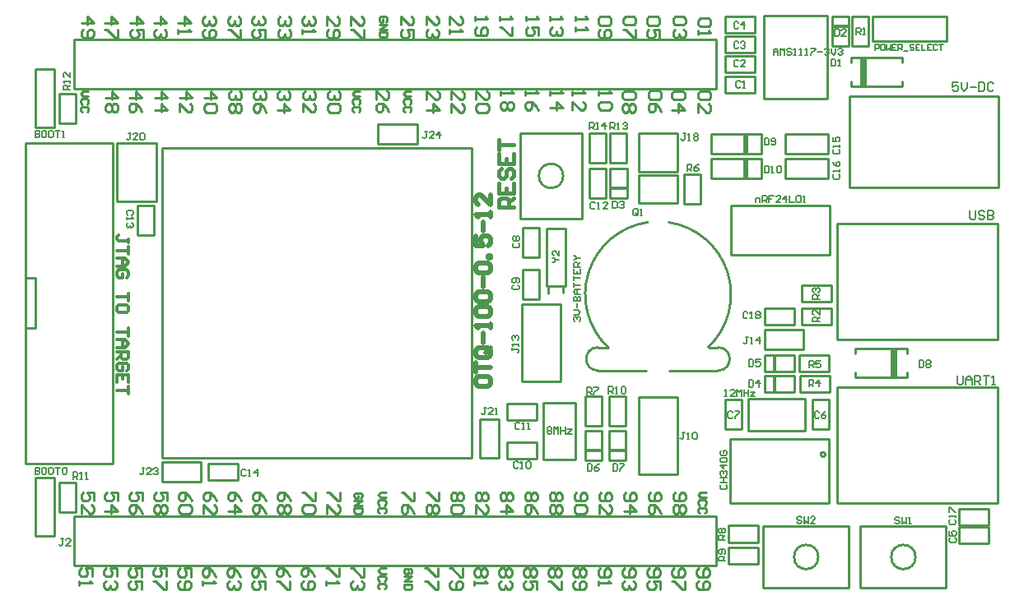
<source format=gto>
G04*
G04 #@! TF.GenerationSoftware,Altium Limited,Altium Designer,19.1.7 (138)*
G04*
G04 Layer_Color=65535*
%FSTAX24Y24*%
%MOIN*%
G70*
G01*
G75*
%ADD10C,0.0100*%
%ADD11C,0.0079*%
%ADD12C,0.0071*%
%ADD13C,0.0157*%
%ADD14C,0.0138*%
%ADD15C,0.0197*%
%ADD16R,0.0276X0.1181*%
%ADD17R,0.0591X0.0157*%
%ADD18R,0.0217X0.0719*%
%ADD19R,0.0157X0.0591*%
D10*
X035207Y025087D02*
G03*
X033596Y020017I000416J-002923D01*
G01*
X037656Y020022D02*
G03*
X036061Y025084I-002033J002141D01*
G01*
X033183Y020013D02*
G03*
X033183Y019078I0J-000468D01*
G01*
X038055D02*
G03*
X038055Y020013I0J000468D01*
G01*
X042399Y015669D02*
G03*
X042399Y015669I-000097J0D01*
G01*
X046048Y011514D02*
G03*
X046048Y011514I-000492J0D01*
G01*
X042113D02*
G03*
X042113Y011514I-000492J0D01*
G01*
X031781Y026969D02*
G03*
X031781Y026969I-000492J0D01*
G01*
X043622Y018805D02*
Y019002D01*
Y018805D02*
X045701D01*
X043622Y019955D02*
X045701D01*
Y018805D02*
Y019002D01*
Y019758D02*
Y019955D01*
X043622Y019758D02*
Y019955D01*
X045504Y031569D02*
Y031766D01*
X043425D02*
X045504D01*
X043425Y030616D02*
X045504D01*
X043425Y031569D02*
Y031766D01*
Y030616D02*
Y030813D01*
X045504Y030616D02*
Y030813D01*
X049385Y020326D02*
Y02505D01*
X042889Y020326D02*
Y02505D01*
Y020326D02*
X049385D01*
X042889Y02505D02*
X049385D01*
X034833Y025856D02*
Y026998D01*
Y025856D02*
X036407D01*
Y026998D01*
X034833D02*
X036407D01*
X036673Y027037D02*
X037343D01*
X036673Y025837D02*
Y027037D01*
X037343Y025837D02*
Y027037D01*
X036673Y025837D02*
X037343D01*
X033691Y026053D02*
X034361D01*
Y027254D01*
X033691Y026053D02*
Y027254D01*
X034361D01*
X033183Y020013D02*
X033592D01*
X037666D02*
X038055D01*
X036081Y019078D02*
X038055D01*
X033183D02*
X035146D01*
X040758Y028681D02*
X04251D01*
Y027874D02*
Y028681D01*
X040758Y027874D02*
Y028681D01*
Y027874D02*
X04251D01*
X038571Y023783D02*
Y025756D01*
Y023783D02*
X042571D01*
X042567Y023787D02*
Y025756D01*
X038571D02*
X042567D01*
X039931Y020945D02*
Y021614D01*
Y020945D02*
X041132D01*
X039931Y021614D02*
X041132D01*
Y020945D02*
Y021614D01*
X041506Y019932D02*
Y020719D01*
X039931Y019932D02*
X041506D01*
X039931Y020719D02*
X041506D01*
X039931Y019932D02*
Y020719D01*
X01372Y028297D02*
X015295D01*
X01372Y025935D02*
Y028297D01*
X015295Y025935D02*
Y028297D01*
X01372Y025935D02*
X015295D01*
X039288Y01665D02*
X041591D01*
Y01794D01*
X039288Y01665D02*
Y01794D01*
X041591D01*
X034836Y028704D02*
X036411D01*
Y02713D02*
Y028704D01*
X034836Y02713D02*
X036411D01*
X034836D02*
Y028704D01*
X034833Y014862D02*
Y018012D01*
X036407Y014862D02*
X036407Y014862D01*
X034833Y014862D02*
X036407D01*
X036407Y014862D02*
Y018012D01*
X034833D02*
X036407D01*
X030101Y018619D02*
Y021769D01*
X031676Y018619D02*
X031676Y018619D01*
X030101Y018619D02*
X031676D01*
X031676Y018619D02*
Y021769D01*
X030101D02*
X031676D01*
X043366Y026486D02*
X0494D01*
Y030187D01*
X043366D02*
X0494D01*
X043366Y026486D02*
Y030187D01*
X032264Y015461D02*
Y017764D01*
X030975D02*
X032264D01*
X030975Y015461D02*
X032264D01*
X030975D02*
Y017764D01*
X038549Y016309D02*
X042549D01*
X038549Y013691D02*
Y016309D01*
Y013691D02*
X042549D01*
Y016309D01*
X028396Y015521D02*
X029183D01*
X028396Y017096D02*
X029183D01*
X028396Y015521D02*
Y017096D01*
X029183Y015521D02*
Y017096D01*
X042559Y018209D02*
Y018878D01*
X041358D02*
X042559D01*
X041358Y018209D02*
X042559D01*
X041358D02*
Y018878D01*
X049024Y012812D02*
Y013481D01*
X047824D02*
X049024D01*
X047824Y012812D02*
X049024D01*
X047824D02*
Y013481D01*
X037766Y028681D02*
X039793D01*
Y027874D02*
Y028681D01*
X037766Y027874D02*
X039793D01*
X037766D02*
Y028681D01*
Y027677D02*
X039793D01*
Y02687D02*
Y027677D01*
X037766Y02687D02*
X039793D01*
X037766D02*
Y027677D01*
X011181Y012362D02*
Y014724D01*
X010394D02*
X011181D01*
X024288Y028268D02*
X025863D01*
X024288Y029055D02*
X025863D01*
X010394Y012362D02*
X011181D01*
X025863Y028268D02*
Y029055D01*
X010394Y012362D02*
Y014724D01*
X024288Y028268D02*
Y029055D01*
X011965Y032485D02*
X037975D01*
Y030485D02*
Y032485D01*
X015532Y014571D02*
X017106D01*
X037975Y030485D02*
X037975Y030485D01*
X010394Y028926D02*
X011181D01*
X011965Y030485D02*
Y032485D01*
X011965Y011165D02*
Y013165D01*
X017106Y014571D02*
Y015358D01*
X011965Y030485D02*
X011965Y030485D01*
X037975D01*
X011965Y011165D02*
X037974D01*
X037975Y011165D01*
X037974Y013165D02*
X037975Y013166D01*
X015532Y015358D02*
X017106D01*
X011181Y028926D02*
Y031288D01*
X037975Y011165D02*
Y013166D01*
X010394Y031288D02*
X011181D01*
X010394Y028926D02*
Y031288D01*
X0443Y03245D02*
X0473D01*
X0443D02*
Y03345D01*
X0473Y03245D02*
Y03345D01*
X0443D02*
X0473D01*
X015532Y014571D02*
Y015358D01*
X011965Y013165D02*
X037974D01*
X03992Y030096D02*
Y033463D01*
Y030096D02*
X04248D01*
Y033463D01*
X03992D02*
X04248D01*
X042889Y018415D02*
X049385D01*
X042889Y013691D02*
X049385D01*
X042889D02*
Y018415D01*
X049385Y013691D02*
Y018415D01*
X032835Y027254D02*
X033504D01*
X032835Y026053D02*
Y027254D01*
X033504Y026053D02*
Y027254D01*
X032835Y026053D02*
X033504D01*
X032835Y02751D02*
X033504D01*
Y028711D01*
X032835Y02751D02*
Y028711D01*
X033504D01*
X033687Y027506D02*
X034356D01*
Y028707D01*
X033687Y027506D02*
Y028707D01*
X034356D01*
X010071Y020807D02*
X010396D01*
Y022844D01*
X010071D02*
X010396D01*
X010012Y015315D02*
Y028307D01*
Y015315D02*
X013536D01*
Y028307D01*
X010012D02*
X013536D01*
X040758Y027677D02*
X04251D01*
Y02687D02*
Y027677D01*
X040758Y02687D02*
Y027677D01*
Y02687D02*
X04251D01*
X039547Y030335D02*
Y031004D01*
X038346D02*
X039547D01*
X038346Y030335D02*
X039547D01*
X038346D02*
Y031004D01*
X03955Y031152D02*
Y031821D01*
X03835D02*
X03955D01*
X03835Y031152D02*
X03955D01*
X03835D02*
Y031821D01*
X039557Y031952D02*
Y032621D01*
X038356D02*
X039557D01*
X038356Y031952D02*
X039557D01*
X038356D02*
Y032621D01*
X03955Y032752D02*
Y033421D01*
X03835D02*
X03955D01*
X03835Y032752D02*
X03955D01*
X03835D02*
Y033421D01*
X043465Y032243D02*
X044135D01*
Y033444D01*
X043465Y032243D02*
Y033444D01*
X044135D01*
X042669Y03225D02*
X043339D01*
Y03345D01*
X042669Y03225D02*
Y03345D01*
X043339D01*
X047824Y012067D02*
Y012736D01*
Y012067D02*
X049024D01*
X047824Y012736D02*
X049024D01*
Y012067D02*
Y012736D01*
X043814Y010264D02*
X047288D01*
Y012764D01*
X043814D02*
X047288D01*
X043814Y010264D02*
Y012764D01*
X039878Y010264D02*
X043353D01*
Y012764D01*
X039878D02*
X043353D01*
X039878Y010264D02*
Y012764D01*
X039671Y012115D02*
Y012785D01*
X03847D02*
X039671D01*
X03847Y012115D02*
X039671D01*
X03847D02*
Y012785D01*
X039671Y011237D02*
Y011906D01*
X03847D02*
X039671D01*
X03847Y011237D02*
X039671D01*
X03847D02*
Y011906D01*
X038343Y016697D02*
X039012D01*
Y017898D01*
X038343Y016697D02*
Y017898D01*
X039012D01*
X042557Y019035D02*
Y019705D01*
X041356D02*
X042557D01*
X041356Y019035D02*
X042557D01*
X041356D02*
Y019705D01*
X033632Y016821D02*
X034301D01*
Y018022D01*
X033632Y016821D02*
Y018022D01*
X034301D01*
X032676Y016817D02*
X033345D01*
Y018018D01*
X032676Y016817D02*
Y018018D01*
X033345D01*
X032671Y016624D02*
X03334D01*
X032671Y015423D02*
Y016624D01*
X03334Y015423D02*
Y016624D01*
X032671Y015423D02*
X03334D01*
X033642Y016624D02*
X034311D01*
X033642Y015423D02*
Y016624D01*
X034311Y015423D02*
Y016624D01*
X033642Y015423D02*
X034311D01*
X030709Y015512D02*
Y016181D01*
X029508D02*
X030709D01*
X029508Y015512D02*
X030709D01*
X029508D02*
Y016181D01*
X030709Y017067D02*
Y017736D01*
X029508D02*
X030709D01*
X029508Y017067D02*
X030709D01*
X029508D02*
Y017736D01*
X030138Y021978D02*
X030807D01*
Y023179D01*
X030138Y021978D02*
Y023179D01*
X030807D01*
X03188Y022526D02*
Y024848D01*
X03186Y022506D02*
X03188Y022526D01*
X031092D02*
Y024848D01*
X03188D01*
X031092Y022506D02*
X03186D01*
X031092D02*
Y022526D01*
X031762Y022221D02*
Y022496D01*
X031191Y022211D02*
Y022486D01*
X030138Y024852D02*
X030807D01*
X030138Y023652D02*
Y024852D01*
X030807Y023652D02*
Y024852D01*
X030138Y023652D02*
X030807D01*
X032539Y025226D02*
Y028701D01*
X030039D02*
X032539D01*
X030039Y025226D02*
Y028701D01*
Y025226D02*
X032539D01*
X015532Y028091D02*
X028091D01*
X015532Y015532D02*
X028091D01*
Y028091D01*
X015532Y015532D02*
Y028091D01*
X011365Y014537D02*
X012035D01*
X011365Y013337D02*
Y014537D01*
X012035Y013337D02*
Y014537D01*
X011365Y013337D02*
X012035D01*
X017423Y014629D02*
Y015299D01*
Y014629D02*
X018623D01*
X017423Y015299D02*
X018623D01*
Y014629D02*
Y015299D01*
X014538Y024572D02*
X015207D01*
Y025773D01*
X014538Y024572D02*
Y025773D01*
X015207D01*
X011365Y029113D02*
X012035D01*
Y030313D01*
X011365Y029113D02*
Y030313D01*
X012035D01*
X041865Y017892D02*
X042535D01*
X041865Y016691D02*
Y017892D01*
X042535Y016691D02*
Y017892D01*
X041865Y016691D02*
X042535D01*
X039931Y019035D02*
Y019705D01*
Y019035D02*
X041132D01*
X039931Y019705D02*
X041132D01*
Y019035D02*
Y019705D01*
X039931Y018209D02*
Y018878D01*
Y018209D02*
X041132D01*
X039931Y018878D02*
X041132D01*
Y018209D02*
Y018878D01*
X041427Y021861D02*
Y02253D01*
Y021861D02*
X042628D01*
X041427Y02253D02*
X042628D01*
Y021861D02*
Y02253D01*
X041427Y020945D02*
Y021614D01*
Y020945D02*
X042628D01*
X041427Y021614D02*
X042628D01*
Y020945D02*
Y021614D01*
X024595Y033214D02*
X024647Y033266D01*
Y033371D01*
X024595Y033424D01*
X024385D01*
X024332Y033371D01*
Y033266D01*
X024385Y033214D01*
X02449D01*
Y033319D01*
X024332Y033109D02*
X024647D01*
X024332Y032899D01*
X024647D01*
Y032794D02*
X024332D01*
Y032636D01*
X024385Y032584D01*
X024595D01*
X024647Y032636D01*
Y032794D01*
X012693Y01072D02*
Y011061D01*
X012437D01*
X012522Y010891D01*
Y010805D01*
X012437Y01072D01*
X012266D01*
X012181Y010805D01*
Y010976D01*
X012266Y011061D01*
X012181Y010549D02*
Y010379D01*
Y010464D01*
X012693D01*
X012607Y010549D01*
X013692Y010719D02*
Y011061D01*
X013437D01*
X013522Y01089D01*
Y010805D01*
X013437Y010719D01*
X013266D01*
X013181Y010805D01*
Y010975D01*
X013266Y011061D01*
X013607Y010549D02*
X013692Y010464D01*
Y010293D01*
X013607Y010208D01*
X013522D01*
X013437Y010293D01*
Y010378D01*
Y010293D01*
X013351Y010208D01*
X013266D01*
X013181Y010293D01*
Y010464D01*
X013266Y010549D01*
X014692Y010714D02*
Y011055D01*
X014437D01*
X014522Y010885D01*
Y0108D01*
X014437Y010714D01*
X014266D01*
X014181Y0108D01*
Y01097D01*
X014266Y011055D01*
X014692Y010203D02*
Y010544D01*
X014437D01*
X014522Y010373D01*
Y010288D01*
X014437Y010203D01*
X014266D01*
X014181Y010288D01*
Y010459D01*
X014266Y010544D01*
X015692Y010719D02*
Y01106D01*
X015437D01*
X015522Y010889D01*
Y010804D01*
X015437Y010719D01*
X015266D01*
X015181Y010804D01*
Y010975D01*
X015266Y01106D01*
X015692Y010548D02*
Y010207D01*
X015607D01*
X015266Y010548D01*
X015181D01*
X016692Y010714D02*
Y011055D01*
X016437D01*
X016522Y010885D01*
Y0108D01*
X016437Y010714D01*
X016266D01*
X016181Y0108D01*
Y01097D01*
X016266Y011055D01*
Y010544D02*
X016181Y010459D01*
Y010288D01*
X016266Y010203D01*
X016607D01*
X016692Y010288D01*
Y010459D01*
X016607Y010544D01*
X016522D01*
X016437Y010459D01*
Y010203D01*
X017692Y010714D02*
X017607Y010885D01*
X017437Y011055D01*
X017266D01*
X017181Y01097D01*
Y0108D01*
X017266Y010714D01*
X017351D01*
X017437Y0108D01*
Y011055D01*
X017181Y010544D02*
Y010373D01*
Y010459D01*
X017692D01*
X017607Y010544D01*
X018692Y010714D02*
X018607Y010885D01*
X018437Y011055D01*
X018266D01*
X018181Y01097D01*
Y0108D01*
X018266Y010714D01*
X018351D01*
X018437Y0108D01*
Y011055D01*
X018607Y010544D02*
X018692Y010459D01*
Y010288D01*
X018607Y010203D01*
X018522D01*
X018437Y010288D01*
Y010373D01*
Y010288D01*
X018351Y010203D01*
X018266D01*
X018181Y010288D01*
Y010459D01*
X018266Y010544D01*
X019692Y010714D02*
X019607Y010884D01*
X019437Y011055D01*
X019266D01*
X019181Y01097D01*
Y010799D01*
X019266Y010714D01*
X019351D01*
X019437Y010799D01*
Y011055D01*
X019692Y010202D02*
Y010543D01*
X019437D01*
X019522Y010373D01*
Y010287D01*
X019437Y010202D01*
X019266D01*
X019181Y010287D01*
Y010458D01*
X019266Y010543D01*
X020692Y010719D02*
X020607Y010889D01*
X020437Y01106D01*
X020266D01*
X020181Y010975D01*
Y010804D01*
X020266Y010719D01*
X020351D01*
X020437Y010804D01*
Y01106D01*
X020692Y010548D02*
Y010207D01*
X020607D01*
X020266Y010548D01*
X020181D01*
X021692Y010718D02*
X021607Y010889D01*
X021437Y011059D01*
X021266D01*
X021181Y010974D01*
Y010804D01*
X021266Y010718D01*
X021351D01*
X021437Y010804D01*
Y011059D01*
X021266Y010548D02*
X021181Y010462D01*
Y010292D01*
X021266Y010207D01*
X021607D01*
X021692Y010292D01*
Y010462D01*
X021607Y010548D01*
X021522D01*
X021437Y010462D01*
Y010207D01*
X022696Y011059D02*
Y010718D01*
X022611D01*
X02227Y011059D01*
X022185D01*
Y010547D02*
Y010377D01*
Y010462D01*
X022696D01*
X022611Y010547D01*
X023692Y011055D02*
Y010714D01*
X023607D01*
X023266Y011055D01*
X023181D01*
X023607Y010543D02*
X023692Y010458D01*
Y010287D01*
X023607Y010202D01*
X023522D01*
X023437Y010287D01*
Y010373D01*
Y010287D01*
X023351Y010202D01*
X023266D01*
X023181Y010287D01*
Y010458D01*
X023266Y010543D01*
X024606Y01106D02*
X024396D01*
X024291Y010955D01*
X024396Y01085D01*
X024606D01*
X024554Y010535D02*
X024606Y010588D01*
Y010693D01*
X024554Y010745D01*
X024344D01*
X024291Y010693D01*
Y010588D01*
X024344Y010535D01*
X024554Y01022D02*
X024606Y010273D01*
Y010378D01*
X024554Y01043D01*
X024344D01*
X024291Y010378D01*
Y010273D01*
X024344Y01022D01*
X025597Y010833D02*
X025649Y010886D01*
Y010991D01*
X025597Y011043D01*
X025387D01*
X025335Y010991D01*
Y010886D01*
X025387Y010833D01*
X025492D01*
Y010938D01*
X025335Y010728D02*
X025649D01*
X025335Y010519D01*
X025649D01*
Y010414D02*
X025335D01*
Y010256D01*
X025387Y010204D01*
X025597D01*
X025649Y010256D01*
Y010414D01*
X026703Y011058D02*
Y010717D01*
X026617D01*
X026276Y011058D01*
X026191D01*
X026703Y010546D02*
Y010205D01*
X026617D01*
X026276Y010546D01*
X026191D01*
X027703Y011057D02*
Y010716D01*
X027617D01*
X027276Y011057D01*
X027191D01*
X027276Y010545D02*
X027191Y01046D01*
Y01029D01*
X027276Y010204D01*
X027617D01*
X027703Y01029D01*
Y01046D01*
X027617Y010545D01*
X027532D01*
X027447Y01046D01*
Y010204D01*
X028617Y011057D02*
X028703Y010971D01*
Y010801D01*
X028617Y010715D01*
X028532D01*
X028447Y010801D01*
X028362Y010715D01*
X028276D01*
X028191Y010801D01*
Y010971D01*
X028276Y011057D01*
X028362D01*
X028447Y010971D01*
X028532Y011057D01*
X028617D01*
X028447Y010971D02*
Y010801D01*
X028191Y010545D02*
Y010374D01*
Y01046D01*
X028703D01*
X028617Y010545D01*
X029617Y011054D02*
X029703Y010969D01*
Y010798D01*
X029617Y010713D01*
X029532D01*
X029447Y010798D01*
X029362Y010713D01*
X029276D01*
X029191Y010798D01*
Y010969D01*
X029276Y011054D01*
X029362D01*
X029447Y010969D01*
X029532Y011054D01*
X029617D01*
X029447Y010969D02*
Y010798D01*
X029617Y010543D02*
X029703Y010457D01*
Y010287D01*
X029617Y010202D01*
X029532D01*
X029447Y010287D01*
Y010372D01*
Y010287D01*
X029362Y010202D01*
X029276D01*
X029191Y010287D01*
Y010457D01*
X029276Y010543D01*
X030617Y011056D02*
X030703Y010971D01*
Y0108D01*
X030617Y010715D01*
X030532D01*
X030447Y0108D01*
X030362Y010715D01*
X030276D01*
X030191Y0108D01*
Y010971D01*
X030276Y011056D01*
X030362D01*
X030447Y010971D01*
X030532Y011056D01*
X030617D01*
X030447Y010971D02*
Y0108D01*
X030703Y010203D02*
Y010544D01*
X030447D01*
X030532Y010374D01*
Y010289D01*
X030447Y010203D01*
X030276D01*
X030191Y010289D01*
Y010459D01*
X030276Y010544D01*
X031617Y011055D02*
X031703Y01097D01*
Y0108D01*
X031617Y010714D01*
X031532D01*
X031447Y0108D01*
X031362Y010714D01*
X031276D01*
X031191Y0108D01*
Y01097D01*
X031276Y011055D01*
X031362D01*
X031447Y01097D01*
X031532Y011055D01*
X031617D01*
X031447Y01097D02*
Y0108D01*
X031703Y010544D02*
Y010203D01*
X031617D01*
X031276Y010544D01*
X031191D01*
X032617Y011055D02*
X032703Y01097D01*
Y010799D01*
X032617Y010714D01*
X032532D01*
X032447Y010799D01*
X032362Y010714D01*
X032276D01*
X032191Y010799D01*
Y01097D01*
X032276Y011055D01*
X032362D01*
X032447Y01097D01*
X032532Y011055D01*
X032617D01*
X032447Y01097D02*
Y010799D01*
X032276Y010543D02*
X032191Y010458D01*
Y010287D01*
X032276Y010202D01*
X032617D01*
X032703Y010287D01*
Y010458D01*
X032617Y010543D01*
X032532D01*
X032447Y010458D01*
Y010202D01*
X033282Y011054D02*
X033197Y010969D01*
Y010798D01*
X033282Y010713D01*
X033623D01*
X033709Y010798D01*
Y010969D01*
X033623Y011054D01*
X033538D01*
X033453Y010969D01*
Y010713D01*
X033197Y010543D02*
Y010372D01*
Y010457D01*
X033709D01*
X033623Y010543D01*
X034276Y011054D02*
X034191Y010969D01*
Y010798D01*
X034276Y010713D01*
X034617D01*
X034703Y010798D01*
Y010969D01*
X034617Y011054D01*
X034532D01*
X034447Y010969D01*
Y010713D01*
X034617Y010543D02*
X034703Y010457D01*
Y010287D01*
X034617Y010202D01*
X034532D01*
X034447Y010287D01*
Y010372D01*
Y010287D01*
X034362Y010202D01*
X034276D01*
X034191Y010287D01*
Y010457D01*
X034276Y010543D01*
X035276Y011054D02*
X035191Y010969D01*
Y010798D01*
X035276Y010713D01*
X035617D01*
X035703Y010798D01*
Y010969D01*
X035617Y011054D01*
X035532D01*
X035447Y010969D01*
Y010713D01*
X035703Y010202D02*
Y010543D01*
X035447D01*
X035532Y010372D01*
Y010287D01*
X035447Y010202D01*
X035276D01*
X035191Y010287D01*
Y010457D01*
X035276Y010543D01*
X036276Y011054D02*
X036191Y010969D01*
Y010798D01*
X036276Y010713D01*
X036617D01*
X036703Y010798D01*
Y010969D01*
X036617Y011054D01*
X036532D01*
X036447Y010969D01*
Y010713D01*
X036703Y010543D02*
Y010202D01*
X036617D01*
X036276Y010543D01*
X036191D01*
X037276Y011054D02*
X037191Y010968D01*
Y010798D01*
X037276Y010713D01*
X037617D01*
X037703Y010798D01*
Y010968D01*
X037617Y011054D01*
X037532D01*
X037447Y010968D01*
Y010713D01*
X037276Y010542D02*
X037191Y010457D01*
Y010286D01*
X037276Y010201D01*
X037617D01*
X037703Y010286D01*
Y010457D01*
X037617Y010542D01*
X037532D01*
X037447Y010457D01*
Y010201D01*
X012776Y013793D02*
Y014134D01*
X01252D01*
X012605Y013963D01*
Y013878D01*
X01252Y013793D01*
X012349D01*
X012264Y013878D01*
Y014049D01*
X012349Y014134D01*
X012264Y013281D02*
Y013622D01*
X012605Y013281D01*
X01269D01*
X012776Y013366D01*
Y013537D01*
X01269Y013622D01*
X013732Y013793D02*
Y014134D01*
X013476D01*
X013561Y013963D01*
Y013878D01*
X013476Y013793D01*
X013306D01*
X01322Y013878D01*
Y014049D01*
X013306Y014134D01*
X01322Y013366D02*
X013732D01*
X013476Y013622D01*
Y013281D01*
X014732Y013793D02*
Y014134D01*
X014476D01*
X014561Y013963D01*
Y013878D01*
X014476Y013793D01*
X014306D01*
X01422Y013878D01*
Y014049D01*
X014306Y014134D01*
X014732Y013281D02*
X014647Y013452D01*
X014476Y013622D01*
X014306D01*
X01422Y013537D01*
Y013366D01*
X014306Y013281D01*
X014391D01*
X014476Y013366D01*
Y013622D01*
X015732Y013793D02*
Y014134D01*
X015476D01*
X015561Y013963D01*
Y013878D01*
X015476Y013793D01*
X015306D01*
X01522Y013878D01*
Y014049D01*
X015306Y014134D01*
X015647Y013622D02*
X015732Y013537D01*
Y013366D01*
X015647Y013281D01*
X015561D01*
X015476Y013366D01*
X015391Y013281D01*
X015306D01*
X01522Y013366D01*
Y013537D01*
X015306Y013622D01*
X015391D01*
X015476Y013537D01*
X015561Y013622D01*
X015647D01*
X015476Y013537D02*
Y013366D01*
X016732Y013793D02*
X016647Y013963D01*
X016476Y014134D01*
X016306D01*
X01622Y014049D01*
Y013878D01*
X016306Y013793D01*
X016391D01*
X016476Y013878D01*
Y014134D01*
X016647Y013622D02*
X016732Y013537D01*
Y013366D01*
X016647Y013281D01*
X016306D01*
X01622Y013366D01*
Y013537D01*
X016306Y013622D01*
X016647D01*
X017732Y013793D02*
X017647Y013963D01*
X017476Y014134D01*
X017306D01*
X01722Y014049D01*
Y013878D01*
X017306Y013793D01*
X017391D01*
X017476Y013878D01*
Y014134D01*
X01722Y013281D02*
Y013622D01*
X017561Y013281D01*
X017647D01*
X017732Y013366D01*
Y013537D01*
X017647Y013622D01*
X018732Y013793D02*
X018647Y013963D01*
X018476Y014134D01*
X018306D01*
X01822Y014049D01*
Y013878D01*
X018306Y013793D01*
X018391D01*
X018476Y013878D01*
Y014134D01*
X01822Y013366D02*
X018732D01*
X018476Y013622D01*
Y013281D01*
X019732Y013793D02*
X019647Y013963D01*
X019476Y014134D01*
X019306D01*
X01922Y014049D01*
Y013878D01*
X019306Y013793D01*
X019391D01*
X019476Y013878D01*
Y014134D01*
X019732Y013281D02*
X019647Y013452D01*
X019476Y013622D01*
X019306D01*
X01922Y013537D01*
Y013366D01*
X019306Y013281D01*
X019391D01*
X019476Y013366D01*
Y013622D01*
X020732Y013793D02*
X020647Y013963D01*
X020476Y014134D01*
X020306D01*
X02022Y014049D01*
Y013878D01*
X020306Y013793D01*
X020391D01*
X020476Y013878D01*
Y014134D01*
X020647Y013622D02*
X020732Y013537D01*
Y013366D01*
X020647Y013281D01*
X020561D01*
X020476Y013366D01*
X020391Y013281D01*
X020306D01*
X02022Y013366D01*
Y013537D01*
X020306Y013622D01*
X020391D01*
X020476Y013537D01*
X020561Y013622D01*
X020647D01*
X020476Y013537D02*
Y013366D01*
X021732Y014134D02*
Y013793D01*
X021647D01*
X021306Y014134D01*
X02122D01*
X021647Y013622D02*
X021732Y013537D01*
Y013366D01*
X021647Y013281D01*
X021306D01*
X02122Y013366D01*
Y013537D01*
X021306Y013622D01*
X021647D01*
X022732Y014134D02*
Y013793D01*
X022647D01*
X022306Y014134D01*
X02222D01*
Y013281D02*
Y013622D01*
X022561Y013281D01*
X022647D01*
X022732Y013366D01*
Y013537D01*
X022647Y013622D01*
X023579Y013904D02*
X023632Y013957D01*
Y014062D01*
X023579Y014114D01*
X023369D01*
X023317Y014062D01*
Y013957D01*
X023369Y013904D01*
X023474D01*
Y014009D01*
X023317Y013799D02*
X023632D01*
X023317Y013589D01*
X023632D01*
Y013484D02*
X023317D01*
Y013327D01*
X023369Y013275D01*
X023579D01*
X023632Y013327D01*
Y013484D01*
X024606Y014134D02*
X024396D01*
X024291Y014029D01*
X024396Y013924D01*
X024606D01*
X024554Y013609D02*
X024606Y013662D01*
Y013767D01*
X024554Y013819D01*
X024344D01*
X024291Y013767D01*
Y013662D01*
X024344Y013609D01*
X024554Y013294D02*
X024606Y013347D01*
Y013452D01*
X024554Y013504D01*
X024344D01*
X024291Y013452D01*
Y013347D01*
X024344Y013294D01*
X025742Y014134D02*
Y013793D01*
X025657D01*
X025316Y014134D01*
X025231D01*
X025742Y013281D02*
X025657Y013452D01*
X025486Y013622D01*
X025316D01*
X025231Y013537D01*
Y013366D01*
X025316Y013281D01*
X025401D01*
X025486Y013366D01*
Y013622D01*
X026742Y014134D02*
Y013793D01*
X026657D01*
X026316Y014134D01*
X02623D01*
X026657Y013622D02*
X026742Y013537D01*
Y013366D01*
X026657Y013281D01*
X026572D01*
X026486Y013366D01*
X026401Y013281D01*
X026316D01*
X02623Y013366D01*
Y013537D01*
X026316Y013622D01*
X026401D01*
X026486Y013537D01*
X026572Y013622D01*
X026657D01*
X026486Y013537D02*
Y013366D01*
X027657Y014134D02*
X027742Y014049D01*
Y013878D01*
X027657Y013793D01*
X027572D01*
X027486Y013878D01*
X027401Y013793D01*
X027316D01*
X02723Y013878D01*
Y014049D01*
X027316Y014134D01*
X027401D01*
X027486Y014049D01*
X027572Y014134D01*
X027657D01*
X027486Y014049D02*
Y013878D01*
X027657Y013622D02*
X027742Y013537D01*
Y013366D01*
X027657Y013281D01*
X027316D01*
X02723Y013366D01*
Y013537D01*
X027316Y013622D01*
X027657D01*
X028657Y014134D02*
X028742Y014049D01*
Y013878D01*
X028657Y013793D01*
X028572D01*
X028486Y013878D01*
X028401Y013793D01*
X028316D01*
X02823Y013878D01*
Y014049D01*
X028316Y014134D01*
X028401D01*
X028486Y014049D01*
X028572Y014134D01*
X028657D01*
X028486Y014049D02*
Y013878D01*
X02823Y013281D02*
Y013622D01*
X028572Y013281D01*
X028657D01*
X028742Y013366D01*
Y013537D01*
X028657Y013622D01*
X029657Y014134D02*
X029742Y014049D01*
Y013878D01*
X029657Y013793D01*
X029572D01*
X029486Y013878D01*
X029401Y013793D01*
X029316D01*
X02923Y013878D01*
Y014049D01*
X029316Y014134D01*
X029401D01*
X029486Y014049D01*
X029572Y014134D01*
X029657D01*
X029486Y014049D02*
Y013878D01*
X02923Y013366D02*
X029742D01*
X029486Y013622D01*
Y013281D01*
X030657Y014134D02*
X030742Y014049D01*
Y013878D01*
X030657Y013793D01*
X030572D01*
X030486Y013878D01*
X030401Y013793D01*
X030316D01*
X03023Y013878D01*
Y014049D01*
X030316Y014134D01*
X030401D01*
X030486Y014049D01*
X030572Y014134D01*
X030657D01*
X030486Y014049D02*
Y013878D01*
X030742Y013281D02*
X030657Y013452D01*
X030486Y013622D01*
X030316D01*
X03023Y013537D01*
Y013366D01*
X030316Y013281D01*
X030401D01*
X030486Y013366D01*
Y013622D01*
X031657Y014134D02*
X031742Y014049D01*
Y013878D01*
X031657Y013793D01*
X031572D01*
X031486Y013878D01*
X031401Y013793D01*
X031316D01*
X03123Y013878D01*
Y014049D01*
X031316Y014134D01*
X031401D01*
X031486Y014049D01*
X031572Y014134D01*
X031657D01*
X031486Y014049D02*
Y013878D01*
X031657Y013622D02*
X031742Y013537D01*
Y013366D01*
X031657Y013281D01*
X031572D01*
X031486Y013366D01*
X031401Y013281D01*
X031316D01*
X03123Y013366D01*
Y013537D01*
X031316Y013622D01*
X031401D01*
X031486Y013537D01*
X031572Y013622D01*
X031657D01*
X031486Y013537D02*
Y013366D01*
X032316Y014134D02*
X03223Y014049D01*
Y013878D01*
X032316Y013793D01*
X032657D01*
X032742Y013878D01*
Y014049D01*
X032657Y014134D01*
X032572D01*
X032486Y014049D01*
Y013793D01*
X032657Y013622D02*
X032742Y013537D01*
Y013366D01*
X032657Y013281D01*
X032316D01*
X03223Y013366D01*
Y013537D01*
X032316Y013622D01*
X032657D01*
X033316Y014134D02*
X03323Y014049D01*
Y013878D01*
X033316Y013793D01*
X033657D01*
X033742Y013878D01*
Y014049D01*
X033657Y014134D01*
X033572D01*
X033486Y014049D01*
Y013793D01*
X03323Y013281D02*
Y013622D01*
X033572Y013281D01*
X033657D01*
X033742Y013366D01*
Y013537D01*
X033657Y013622D01*
X034316Y014134D02*
X03423Y014049D01*
Y013878D01*
X034316Y013793D01*
X034657D01*
X034742Y013878D01*
Y014049D01*
X034657Y014134D01*
X034572D01*
X034486Y014049D01*
Y013793D01*
X03423Y013366D02*
X034742D01*
X034486Y013622D01*
Y013281D01*
X035316Y014134D02*
X03523Y014049D01*
Y013878D01*
X035316Y013793D01*
X035657D01*
X035742Y013878D01*
Y014049D01*
X035657Y014134D01*
X035572D01*
X035486Y014049D01*
Y013793D01*
X035742Y013281D02*
X035657Y013452D01*
X035486Y013622D01*
X035316D01*
X03523Y013537D01*
Y013366D01*
X035316Y013281D01*
X035401D01*
X035486Y013366D01*
Y013622D01*
X036316Y014134D02*
X03623Y014049D01*
Y013878D01*
X036316Y013793D01*
X036657D01*
X036742Y013878D01*
Y014049D01*
X036657Y014134D01*
X036571D01*
X036486Y014049D01*
Y013793D01*
X036657Y013622D02*
X036742Y013537D01*
Y013366D01*
X036657Y013281D01*
X036571D01*
X036486Y013366D01*
X036401Y013281D01*
X036316D01*
X03623Y013366D01*
Y013537D01*
X036316Y013622D01*
X036401D01*
X036486Y013537D01*
X036571Y013622D01*
X036657D01*
X036486Y013537D02*
Y013366D01*
X037559Y014134D02*
X037349D01*
X037244Y014029D01*
X037349Y013924D01*
X037559D01*
X037506Y013609D02*
X037559Y013662D01*
Y013767D01*
X037506Y013819D01*
X037297D01*
X037244Y013767D01*
Y013662D01*
X037297Y013609D01*
X037506Y013294D02*
X037559Y013347D01*
Y013452D01*
X037506Y013504D01*
X037297D01*
X037244Y013452D01*
Y013347D01*
X037297Y013294D01*
X024212Y030076D02*
Y030417D01*
X024553Y030076D01*
X024639D01*
X024724Y030161D01*
Y030331D01*
X024639Y030417D01*
X024724Y029564D02*
X024639Y029735D01*
X024468Y029905D01*
X024298D01*
X024212Y02982D01*
Y029649D01*
X024298Y029564D01*
X024383D01*
X024468Y029649D01*
Y029905D01*
X012556Y030403D02*
X012346D01*
X012241Y030299D01*
X012346Y030194D01*
X012556D01*
X012504Y029879D02*
X012556Y029931D01*
Y030036D01*
X012504Y030089D01*
X012294D01*
X012241Y030036D01*
Y029931D01*
X012294Y029879D01*
X012504Y029564D02*
X012556Y029616D01*
Y029721D01*
X012504Y029774D01*
X012294D01*
X012241Y029721D01*
Y029616D01*
X012294Y029564D01*
X013241Y030148D02*
X013753D01*
X013497Y030403D01*
Y030062D01*
X013668Y029892D02*
X013753Y029807D01*
Y029636D01*
X013668Y029551D01*
X013582D01*
X013497Y029636D01*
X013412Y029551D01*
X013327D01*
X013241Y029636D01*
Y029807D01*
X013327Y029892D01*
X013412D01*
X013497Y029807D01*
X013582Y029892D01*
X013668D01*
X013497Y029807D02*
Y029636D01*
X014206Y030148D02*
X014717D01*
X014462Y030403D01*
Y030062D01*
X014717Y029551D02*
X014632Y029721D01*
X014462Y029892D01*
X014291D01*
X014206Y029807D01*
Y029636D01*
X014291Y029551D01*
X014376D01*
X014462Y029636D01*
Y029892D01*
X015241Y030148D02*
X015753D01*
X015497Y030403D01*
Y030062D01*
X015241Y029636D02*
X015753D01*
X015497Y029892D01*
Y029551D01*
X016241Y030148D02*
X016753D01*
X016497Y030403D01*
Y030062D01*
X016241Y029551D02*
Y029892D01*
X016582Y029551D01*
X016667D01*
X016753Y029636D01*
Y029807D01*
X016667Y029892D01*
X017241Y030147D02*
X017753D01*
X017497Y030403D01*
Y030062D01*
X017667Y029891D02*
X017753Y029806D01*
Y029635D01*
X017667Y02955D01*
X017326D01*
X017241Y029635D01*
Y029806D01*
X017326Y029891D01*
X017667D01*
X018668Y030403D02*
X018753Y030318D01*
Y030147D01*
X018668Y030062D01*
X018582D01*
X018497Y030147D01*
Y030232D01*
Y030147D01*
X018412Y030062D01*
X018326D01*
X018241Y030147D01*
Y030318D01*
X018326Y030403D01*
X018668Y029891D02*
X018753Y029806D01*
Y029635D01*
X018668Y02955D01*
X018582D01*
X018497Y029635D01*
X018412Y02955D01*
X018326D01*
X018241Y029635D01*
Y029806D01*
X018326Y029891D01*
X018412D01*
X018497Y029806D01*
X018582Y029891D01*
X018668D01*
X018497Y029806D02*
Y029635D01*
X019668Y030403D02*
X019753Y030318D01*
Y030147D01*
X019668Y030062D01*
X019582D01*
X019497Y030147D01*
Y030232D01*
Y030147D01*
X019412Y030062D01*
X019326D01*
X019241Y030147D01*
Y030318D01*
X019326Y030403D01*
X019753Y02955D02*
X019668Y029721D01*
X019497Y029891D01*
X019326D01*
X019241Y029806D01*
Y029635D01*
X019326Y02955D01*
X019412D01*
X019497Y029635D01*
Y029891D01*
X020636Y030403D02*
X020721Y030318D01*
Y030147D01*
X020636Y030062D01*
X020551D01*
X020465Y030147D01*
Y030232D01*
Y030147D01*
X02038Y030062D01*
X020295D01*
X02021Y030147D01*
Y030318D01*
X020295Y030403D01*
X02021Y029635D02*
X020721D01*
X020465Y029891D01*
Y02955D01*
X021667Y030403D02*
X021753Y030318D01*
Y030148D01*
X021667Y030062D01*
X021582D01*
X021497Y030148D01*
Y030233D01*
Y030148D01*
X021412Y030062D01*
X021326D01*
X021241Y030148D01*
Y030318D01*
X021326Y030403D01*
X021241Y029551D02*
Y029892D01*
X021582Y029551D01*
X021667D01*
X021753Y029636D01*
Y029807D01*
X021667Y029892D01*
X022672Y030403D02*
X022757Y030318D01*
Y030147D01*
X022672Y030062D01*
X022586D01*
X022501Y030147D01*
Y030232D01*
Y030147D01*
X022416Y030062D01*
X02233D01*
X022245Y030147D01*
Y030318D01*
X02233Y030403D01*
X022672Y029891D02*
X022757Y029806D01*
Y029635D01*
X022672Y02955D01*
X02233D01*
X022245Y029635D01*
Y029806D01*
X02233Y029891D01*
X022672D01*
X023556Y030403D02*
X023346D01*
X023241Y030298D01*
X023346Y030193D01*
X023556D01*
X023504Y029878D02*
X023556Y029931D01*
Y030036D01*
X023504Y030088D01*
X023294D01*
X023241Y030036D01*
Y029931D01*
X023294Y029878D01*
X023504Y029563D02*
X023556Y029616D01*
Y029721D01*
X023504Y029773D01*
X023294D01*
X023241Y029721D01*
Y029616D01*
X023294Y029563D01*
X02562Y030404D02*
X02541D01*
X025305Y030299D01*
X02541Y030194D01*
X02562D01*
X025568Y029879D02*
X02562Y029931D01*
Y030036D01*
X025568Y030089D01*
X025358D01*
X025305Y030036D01*
Y029931D01*
X025358Y029879D01*
X025568Y029564D02*
X02562Y029616D01*
Y029721D01*
X025568Y029774D01*
X025358D01*
X025305Y029721D01*
Y029616D01*
X025358Y029564D01*
X026251Y030062D02*
Y030403D01*
X026593Y030062D01*
X026678D01*
X026763Y030147D01*
Y030318D01*
X026678Y030403D01*
X026251Y029635D02*
X026763D01*
X026507Y029891D01*
Y02955D01*
X027251Y030061D02*
Y030402D01*
X027592Y030061D01*
X027678D01*
X027763Y030147D01*
Y030317D01*
X027678Y030402D01*
X027251Y02955D02*
Y029891D01*
X027592Y02955D01*
X027678D01*
X027763Y029635D01*
Y029805D01*
X027678Y029891D01*
X028251Y030061D02*
Y030402D01*
X028592Y030061D01*
X028678D01*
X028763Y030147D01*
Y030317D01*
X028678Y030402D01*
Y029891D02*
X028763Y029805D01*
Y029635D01*
X028678Y02955D01*
X028337D01*
X028251Y029635D01*
Y029805D01*
X028337Y029891D01*
X028678D01*
X029251Y030402D02*
Y030232D01*
Y030317D01*
X029763D01*
X029678Y030402D01*
Y029976D02*
X029763Y029891D01*
Y02972D01*
X029678Y029635D01*
X029592D01*
X029507Y02972D01*
X029422Y029635D01*
X029337D01*
X029251Y02972D01*
Y029891D01*
X029337Y029976D01*
X029422D01*
X029507Y029891D01*
X029592Y029976D01*
X029678D01*
X029507Y029891D02*
Y02972D01*
X030251Y030402D02*
Y030232D01*
Y030317D01*
X030763D01*
X030678Y030402D01*
X030763Y029635D02*
X030678Y029805D01*
X030507Y029976D01*
X030337D01*
X030251Y029891D01*
Y02972D01*
X030337Y029635D01*
X030422D01*
X030507Y02972D01*
Y029976D01*
X031251Y030402D02*
Y030232D01*
Y030317D01*
X031763D01*
X031678Y030402D01*
X031251Y02972D02*
X031763D01*
X031507Y029976D01*
Y029635D01*
X032155Y030402D02*
Y030232D01*
Y030317D01*
X032667D01*
X032582Y030402D01*
X032155Y029635D02*
Y029976D01*
X032496Y029635D01*
X032582D01*
X032667Y02972D01*
Y029891D01*
X032582Y029976D01*
X033223Y030402D02*
Y030232D01*
Y030317D01*
X033735D01*
X03365Y030402D01*
Y029976D02*
X033735Y029891D01*
Y02972D01*
X03365Y029635D01*
X033309D01*
X033223Y02972D01*
Y029891D01*
X033309Y029976D01*
X03365D01*
X034611Y030402D02*
X034696Y030317D01*
Y030147D01*
X034611Y030061D01*
X03427D01*
X034184Y030147D01*
Y030317D01*
X03427Y030402D01*
X034611D01*
Y029891D02*
X034696Y029805D01*
Y029635D01*
X034611Y02955D01*
X034526D01*
X03444Y029635D01*
X034355Y02955D01*
X03427D01*
X034184Y029635D01*
Y029805D01*
X03427Y029891D01*
X034355D01*
X03444Y029805D01*
X034526Y029891D01*
X034611D01*
X03444Y029805D02*
Y029635D01*
X035664Y030417D02*
X035749Y030332D01*
Y030161D01*
X035664Y030076D01*
X035323D01*
X035238Y030161D01*
Y030332D01*
X035323Y030417D01*
X035664D01*
X035749Y029565D02*
X035664Y029735D01*
X035493Y029906D01*
X035323D01*
X035238Y02982D01*
Y02965D01*
X035323Y029565D01*
X035408D01*
X035493Y02965D01*
Y029906D01*
X036617Y030402D02*
X036703Y030317D01*
Y030147D01*
X036617Y030061D01*
X036276D01*
X036191Y030147D01*
Y030317D01*
X036276Y030402D01*
X036617D01*
X036191Y029635D02*
X036703D01*
X036447Y029891D01*
Y02955D01*
X012264Y033169D02*
X012776D01*
X01252Y033425D01*
Y033084D01*
X012349Y032914D02*
X012264Y032828D01*
Y032658D01*
X012349Y032572D01*
X01269D01*
X012776Y032658D01*
Y032828D01*
X01269Y032914D01*
X012605D01*
X01252Y032828D01*
Y032572D01*
X013218Y033169D02*
X01373D01*
X013474Y033425D01*
Y033084D01*
X01373Y032914D02*
Y032572D01*
X013645D01*
X013304Y032914D01*
X013218D01*
X014252Y033169D02*
X014764D01*
X014508Y033425D01*
Y033084D01*
X014764Y032572D02*
Y032914D01*
X014508D01*
X014593Y032743D01*
Y032658D01*
X014508Y032572D01*
X014337D01*
X014252Y032658D01*
Y032828D01*
X014337Y032914D01*
X015207Y033169D02*
X015719D01*
X015463Y033425D01*
Y033084D01*
X015633Y032914D02*
X015719Y032828D01*
Y032658D01*
X015633Y032572D01*
X015548D01*
X015463Y032658D01*
Y032743D01*
Y032658D01*
X015378Y032572D01*
X015292D01*
X015207Y032658D01*
Y032828D01*
X015292Y032914D01*
X016181Y033165D02*
X016693D01*
X016437Y033421D01*
Y03308D01*
X016181Y032909D02*
Y032739D01*
Y032824D01*
X016693D01*
X016607Y032909D01*
X017611Y033421D02*
X017697Y033336D01*
Y033165D01*
X017611Y03308D01*
X017526D01*
X017441Y033165D01*
Y033251D01*
Y033165D01*
X017356Y03308D01*
X01727D01*
X017185Y033165D01*
Y033336D01*
X01727Y033421D01*
Y032909D02*
X017185Y032824D01*
Y032654D01*
X01727Y032568D01*
X017611D01*
X017697Y032654D01*
Y032824D01*
X017611Y032909D01*
X017526D01*
X017441Y032824D01*
Y032568D01*
X018635Y033421D02*
X01872Y033336D01*
Y033165D01*
X018635Y03308D01*
X01855D01*
X018464Y033165D01*
Y033251D01*
Y033165D01*
X018379Y03308D01*
X018294D01*
X018209Y033165D01*
Y033336D01*
X018294Y033421D01*
X01872Y032909D02*
Y032568D01*
X018635D01*
X018294Y032909D01*
X018209D01*
X019609Y033425D02*
X019695Y03334D01*
Y033169D01*
X019609Y033084D01*
X019524D01*
X019439Y033169D01*
Y033255D01*
Y033169D01*
X019354Y033084D01*
X019268D01*
X019183Y033169D01*
Y03334D01*
X019268Y033425D01*
X019695Y032572D02*
Y032914D01*
X019439D01*
X019524Y032743D01*
Y032658D01*
X019439Y032572D01*
X019268D01*
X019183Y032658D01*
Y032828D01*
X019268Y032914D01*
X020663Y033421D02*
X020748Y033336D01*
Y033165D01*
X020663Y03308D01*
X020577D01*
X020492Y033165D01*
Y033251D01*
Y033165D01*
X020407Y03308D01*
X020321D01*
X020236Y033165D01*
Y033336D01*
X020321Y033421D01*
X020663Y032909D02*
X020748Y032824D01*
Y032654D01*
X020663Y032568D01*
X020577D01*
X020492Y032654D01*
Y032739D01*
Y032654D01*
X020407Y032568D01*
X020321D01*
X020236Y032654D01*
Y032824D01*
X020321Y032909D01*
X021647Y033421D02*
X021732Y033336D01*
Y033165D01*
X021647Y03308D01*
X021562D01*
X021476Y033165D01*
Y033251D01*
Y033165D01*
X021391Y03308D01*
X021306D01*
X02122Y033165D01*
Y033336D01*
X021306Y033421D01*
X02122Y032909D02*
Y032739D01*
Y032824D01*
X021732D01*
X021647Y032909D01*
X022205Y03308D02*
Y033421D01*
X022546Y03308D01*
X022631D01*
X022716Y033165D01*
Y033336D01*
X022631Y033421D01*
X02229Y032909D02*
X022205Y032824D01*
Y032654D01*
X02229Y032568D01*
X022631D01*
X022716Y032654D01*
Y032824D01*
X022631Y032909D01*
X022546D01*
X022461Y032824D01*
Y032568D01*
X023189Y03308D02*
Y033421D01*
X02353Y03308D01*
X023615D01*
X023701Y033165D01*
Y033336D01*
X023615Y033421D01*
X023701Y032909D02*
Y032568D01*
X023615D01*
X023274Y032909D01*
X023189D01*
X025205Y033084D02*
Y033425D01*
X025546Y033084D01*
X025632D01*
X025717Y033169D01*
Y03334D01*
X025632Y033425D01*
X025717Y032572D02*
Y032914D01*
X025461D01*
X025546Y032743D01*
Y032658D01*
X025461Y032572D01*
X02529D01*
X025205Y032658D01*
Y032828D01*
X02529Y032914D01*
X02623Y033084D02*
Y033425D01*
X026571Y033084D01*
X026657D01*
X026742Y033169D01*
Y03334D01*
X026657Y033425D01*
Y032914D02*
X026742Y032828D01*
Y032658D01*
X026657Y032572D01*
X026571D01*
X026486Y032658D01*
Y032743D01*
Y032658D01*
X026401Y032572D01*
X026316D01*
X02623Y032658D01*
Y032828D01*
X026316Y032914D01*
X027185Y033084D02*
Y033425D01*
X027526Y033084D01*
X027611D01*
X027697Y033169D01*
Y03334D01*
X027611Y033425D01*
X027185Y032914D02*
Y032743D01*
Y032828D01*
X027697D01*
X027611Y032914D01*
X028199Y033425D02*
Y033255D01*
Y03334D01*
X02871D01*
X028625Y033425D01*
X028284Y032999D02*
X028199Y032914D01*
Y032743D01*
X028284Y032658D01*
X028625D01*
X02871Y032743D01*
Y032914D01*
X028625Y032999D01*
X02854D01*
X028455Y032914D01*
Y032658D01*
X029203Y033421D02*
Y033251D01*
Y033336D01*
X029714D01*
X029629Y033421D01*
X029714Y032995D02*
Y032654D01*
X029629D01*
X029288Y032995D01*
X029203D01*
X030266Y033421D02*
Y033251D01*
Y033336D01*
X030777D01*
X030692Y033421D01*
X030777Y032654D02*
Y032995D01*
X030522D01*
X030607Y032824D01*
Y032739D01*
X030522Y032654D01*
X030351D01*
X030266Y032739D01*
Y032909D01*
X030351Y032995D01*
X03124Y033425D02*
Y033255D01*
Y03334D01*
X031752D01*
X031667Y033425D01*
Y032999D02*
X031752Y032914D01*
Y032743D01*
X031667Y032658D01*
X031581D01*
X031496Y032743D01*
Y032828D01*
Y032743D01*
X031411Y032658D01*
X031325D01*
X03124Y032743D01*
Y032914D01*
X031325Y032999D01*
X032264Y033421D02*
Y033251D01*
Y033336D01*
X032775D01*
X03269Y033421D01*
X032264Y032995D02*
Y032824D01*
Y032909D01*
X032775D01*
X03269Y032995D01*
X033625Y033421D02*
X03371Y033336D01*
Y033165D01*
X033625Y03308D01*
X033284D01*
X033199Y033165D01*
Y033336D01*
X033284Y033421D01*
X033625D01*
X033284Y032909D02*
X033199Y032824D01*
Y032654D01*
X033284Y032568D01*
X033625D01*
X03371Y032654D01*
Y032824D01*
X033625Y032909D01*
X03354D01*
X033455Y032824D01*
Y032568D01*
X034639Y033425D02*
X034724Y03334D01*
Y033169D01*
X034639Y033084D01*
X034298D01*
X034213Y033169D01*
Y03334D01*
X034298Y033425D01*
X034639D01*
X034724Y032914D02*
Y032572D01*
X034639D01*
X034298Y032914D01*
X034213D01*
X035597Y033421D02*
X035682Y033336D01*
Y033165D01*
X035597Y03308D01*
X035256D01*
X035171Y033165D01*
Y033336D01*
X035256Y033421D01*
X035597D01*
X035682Y032568D02*
Y032909D01*
X035427D01*
X035512Y032739D01*
Y032654D01*
X035427Y032568D01*
X035256D01*
X035171Y032654D01*
Y032824D01*
X035256Y032909D01*
X036657Y033425D02*
X036742Y03334D01*
Y033169D01*
X036657Y033084D01*
X036316D01*
X03623Y033169D01*
Y03334D01*
X036316Y033425D01*
X036657D01*
Y032914D02*
X036742Y032828D01*
Y032658D01*
X036657Y032572D01*
X036571D01*
X036486Y032658D01*
Y032743D01*
Y032658D01*
X036401Y032572D01*
X036316D01*
X03623Y032658D01*
Y032828D01*
X036316Y032914D01*
X03767Y030402D02*
X037756Y030317D01*
Y030146D01*
X03767Y030061D01*
X037329D01*
X037244Y030146D01*
Y030317D01*
X037329Y030402D01*
X03767D01*
X037244Y029549D02*
Y02989D01*
X037585Y029549D01*
X03767D01*
X037756Y029634D01*
Y029805D01*
X03767Y02989D01*
Y033366D02*
X037756Y033281D01*
Y03311D01*
X03767Y033025D01*
X037329D01*
X037244Y03311D01*
Y033281D01*
X037329Y033366D01*
X03767D01*
X037244Y032854D02*
Y032684D01*
Y032769D01*
X037756D01*
X03767Y032854D01*
D11*
X046201Y019488D02*
Y019213D01*
X046339D01*
X046384Y019259D01*
Y019442D01*
X046339Y019488D01*
X046201D01*
X046476Y019442D02*
X046522Y019488D01*
X046614D01*
X04666Y019442D01*
Y019396D01*
X046614Y01935D01*
X04666Y019304D01*
Y019259D01*
X046614Y019213D01*
X046522D01*
X046476Y019259D01*
Y019304D01*
X046522Y01935D01*
X046476Y019396D01*
Y019442D01*
X046522Y01935D02*
X046614D01*
X048251Y025552D02*
Y025257D01*
X04831Y025198D01*
X048428D01*
X048487Y025257D01*
Y025552D01*
X048841Y025493D02*
X048782Y025552D01*
X048664D01*
X048605Y025493D01*
Y025434D01*
X048664Y025375D01*
X048782D01*
X048841Y025316D01*
Y025257D01*
X048782Y025198D01*
X048664D01*
X048605Y025257D01*
X048959Y025552D02*
Y025198D01*
X049136D01*
X049195Y025257D01*
Y025316D01*
X049136Y025375D01*
X048959D01*
X049136D01*
X049195Y025434D01*
Y025493D01*
X049136Y025552D01*
X048959D01*
X036803Y027156D02*
Y027431D01*
X036941D01*
X036987Y027385D01*
Y027293D01*
X036941Y027247D01*
X036803D01*
X036895D02*
X036987Y027156D01*
X037262Y027431D02*
X03717Y027385D01*
X037078Y027293D01*
Y027201D01*
X037124Y027156D01*
X037216D01*
X037262Y027201D01*
Y027247D01*
X037216Y027293D01*
X037078D01*
X034807Y025416D02*
Y025599D01*
X034761Y025645D01*
X034669D01*
X034623Y025599D01*
Y025416D01*
X034669Y02537D01*
X034761D01*
X034715Y025462D02*
X034807Y02537D01*
X034761D02*
X034807Y025416D01*
X034898Y02537D02*
X03499D01*
X034944D01*
Y025645D01*
X034898Y025599D01*
X033778Y025933D02*
Y025657D01*
X033916D01*
X033962Y025703D01*
Y025887D01*
X033916Y025933D01*
X033778D01*
X034054Y025887D02*
X0341Y025933D01*
X034192D01*
X034237Y025887D01*
Y025841D01*
X034192Y025795D01*
X034146D01*
X034192D01*
X034237Y025749D01*
Y025703D01*
X034192Y025657D01*
X0341D01*
X034054Y025703D01*
X032245Y021073D02*
X032199Y021119D01*
Y021211D01*
X032245Y021257D01*
X032291D01*
X032337Y021211D01*
Y021165D01*
Y021211D01*
X032383Y021257D01*
X032429D01*
X032475Y021211D01*
Y021119D01*
X032429Y021073D01*
X032199Y021349D02*
X032383D01*
X032475Y021441D01*
X032383Y021532D01*
X032199D01*
X032337Y021624D02*
Y021808D01*
X032199Y0219D02*
X032475D01*
Y022037D01*
X032429Y022083D01*
X032383D01*
X032337Y022037D01*
Y0219D01*
Y022037D01*
X032291Y022083D01*
X032245D01*
X032199Y022037D01*
Y0219D01*
X032475Y022175D02*
X032291D01*
X032199Y022267D01*
X032291Y022359D01*
X032475D01*
X032337D01*
Y022175D01*
X032199Y022451D02*
Y022634D01*
Y022543D01*
X032475D01*
X032199Y022726D02*
Y02291D01*
Y022818D01*
X032475D01*
X032199Y023185D02*
Y023002D01*
X032475D01*
Y023185D01*
X032337Y023002D02*
Y023094D01*
X032475Y023277D02*
X032199D01*
Y023415D01*
X032245Y023461D01*
X032337D01*
X032383Y023415D01*
Y023277D01*
Y023369D02*
X032475Y023461D01*
X032199Y023553D02*
X032245D01*
X032337Y023645D01*
X032245Y023736D01*
X032199D01*
X032337Y023645D02*
X032475D01*
X039268Y020443D02*
X039176D01*
X039222D01*
Y020213D01*
X039176Y020167D01*
X039131D01*
X039085Y020213D01*
X03936Y020167D02*
X039452D01*
X039406D01*
Y020443D01*
X03936Y020397D01*
X039727Y020167D02*
Y020443D01*
X03959Y020305D01*
X039773D01*
X039255Y021415D02*
X039209Y021461D01*
X039117D01*
X039071Y021415D01*
Y021231D01*
X039117Y021185D01*
X039209D01*
X039255Y021231D01*
X039346Y021185D02*
X039438D01*
X039392D01*
Y021461D01*
X039346Y021415D01*
X039576D02*
X039622Y021461D01*
X039714D01*
X03976Y021415D01*
Y021369D01*
X039714Y021323D01*
X03976Y021277D01*
Y021231D01*
X039714Y021185D01*
X039622D01*
X039576Y021231D01*
Y021277D01*
X039622Y021323D01*
X039576Y021369D01*
Y021415D01*
X039622Y021323D02*
X039714D01*
X036739Y028691D02*
X036647D01*
X036693D01*
Y028461D01*
X036647Y028415D01*
X036601D01*
X036555Y028461D01*
X036831Y028415D02*
X036922D01*
X036877D01*
Y028691D01*
X036831Y028645D01*
X03706D02*
X037106Y028691D01*
X037198D01*
X037244Y028645D01*
Y028599D01*
X037198Y028553D01*
X037244Y028507D01*
Y028461D01*
X037198Y028415D01*
X037106D01*
X03706Y028461D01*
Y028507D01*
X037106Y028553D01*
X03706Y028599D01*
Y028645D01*
X037106Y028553D02*
X037198D01*
X029697Y019985D02*
Y019894D01*
Y019939D01*
X029926D01*
X029972Y019894D01*
Y019848D01*
X029926Y019802D01*
X029972Y020077D02*
Y020169D01*
Y020123D01*
X029697D01*
X029743Y020077D01*
Y020307D02*
X029697Y020353D01*
Y020445D01*
X029743Y02049D01*
X029789D01*
X029835Y020445D01*
Y020399D01*
Y020445D01*
X029881Y02049D01*
X029926D01*
X029972Y020445D01*
Y020353D01*
X029926Y020307D01*
X047786Y030754D02*
X04755D01*
Y030577D01*
X047668Y030636D01*
X047727D01*
X047786Y030577D01*
Y030459D01*
X047727Y0304D01*
X047609D01*
X04755Y030459D01*
X047905Y030754D02*
Y030518D01*
X048023Y0304D01*
X048141Y030518D01*
Y030754D01*
X048259Y030577D02*
X048495D01*
X048613Y030754D02*
Y0304D01*
X04879D01*
X048849Y030459D01*
Y030695D01*
X04879Y030754D01*
X048613D01*
X049203Y030695D02*
X049144Y030754D01*
X049026D01*
X048967Y030695D01*
Y030459D01*
X049026Y0304D01*
X049144D01*
X049203Y030459D01*
X047736Y018868D02*
Y018573D01*
X047795Y018514D01*
X047913D01*
X047972Y018573D01*
Y018868D01*
X04809Y018514D02*
Y01875D01*
X048209Y018868D01*
X048327Y01875D01*
Y018514D01*
Y018691D01*
X04809D01*
X048445Y018514D02*
Y018868D01*
X048622D01*
X048681Y018809D01*
Y018691D01*
X048622Y018632D01*
X048445D01*
X048563D02*
X048681Y018514D01*
X048799Y018868D02*
X049035D01*
X048917D01*
Y018514D01*
X049153D02*
X049271D01*
X049212D01*
Y018868D01*
X049153Y018809D01*
D12*
X042637Y031693D02*
Y031418D01*
X042775D01*
X04282Y031463D01*
Y031647D01*
X042775Y031693D01*
X042637D01*
X042912Y031418D02*
X043004D01*
X042958D01*
Y031693D01*
X042912Y031647D01*
X010394Y028809D02*
Y028533D01*
X010531D01*
X010577Y028579D01*
Y028625D01*
X010531Y028671D01*
X010394D01*
X010531D01*
X010577Y028717D01*
Y028763D01*
X010531Y028809D01*
X010394D01*
X010807D02*
X010715D01*
X010669Y028763D01*
Y028579D01*
X010715Y028533D01*
X010807D01*
X010853Y028579D01*
Y028763D01*
X010807Y028809D01*
X011082D02*
X010991D01*
X010945Y028763D01*
Y028579D01*
X010991Y028533D01*
X011082D01*
X011128Y028579D01*
Y028763D01*
X011082Y028809D01*
X01122D02*
X011404D01*
X011312D01*
Y028533D01*
X011496D02*
X011588D01*
X011542D01*
Y028809D01*
X011496Y028763D01*
X047448Y013028D02*
X047402Y012982D01*
Y01289D01*
X047448Y012844D01*
X047631D01*
X047677Y01289D01*
Y012982D01*
X047631Y013028D01*
X047677Y01312D02*
Y013212D01*
Y013166D01*
X047402D01*
X047448Y01312D01*
X047402Y01335D02*
Y013533D01*
X047448D01*
X047631Y01335D01*
X047677D01*
X038179Y014445D02*
X038133Y0144D01*
Y014308D01*
X038179Y014262D01*
X038363D01*
X038409Y014308D01*
Y0144D01*
X038363Y014445D01*
X038133Y014537D02*
X038409D01*
X038271D01*
Y014721D01*
X038133D01*
X038409D01*
X038179Y014813D02*
X038133Y014859D01*
Y014951D01*
X038179Y014996D01*
X038225D01*
X038271Y014951D01*
Y014905D01*
Y014951D01*
X038317Y014996D01*
X038363D01*
X038409Y014951D01*
Y014859D01*
X038363Y014813D01*
X038409Y015226D02*
X038133D01*
X038271Y015088D01*
Y015272D01*
X038179Y015364D02*
X038133Y01541D01*
Y015502D01*
X038179Y015547D01*
X038363D01*
X038409Y015502D01*
Y01541D01*
X038363Y015364D01*
X038179D01*
Y015823D02*
X038133Y015777D01*
Y015685D01*
X038179Y015639D01*
X038363D01*
X038409Y015685D01*
Y015777D01*
X038363Y015823D01*
X038271D01*
Y015731D01*
X039567Y025891D02*
Y026074D01*
X039705D01*
X039751Y026028D01*
Y025891D01*
X039843D02*
Y026166D01*
X039981D01*
X040026Y02612D01*
Y026028D01*
X039981Y025982D01*
X039843D01*
X039935D02*
X040026Y025891D01*
X040302Y026166D02*
X040118D01*
Y026028D01*
X04021D01*
X040118D01*
Y025891D01*
X040577D02*
X040394D01*
X040577Y026074D01*
Y02612D01*
X040532Y026166D01*
X04044D01*
X040394Y02612D01*
X040807Y025891D02*
Y026166D01*
X040669Y026028D01*
X040853D01*
X040945Y026166D02*
Y025891D01*
X041128D01*
X04122Y02612D02*
X041266Y026166D01*
X041358D01*
X041404Y02612D01*
Y025936D01*
X041358Y025891D01*
X041266D01*
X04122Y025936D01*
Y02612D01*
X041496Y025891D02*
X041588D01*
X041542D01*
Y026166D01*
X041496Y02612D01*
X039931Y027372D02*
Y027096D01*
X040069D01*
X040115Y027142D01*
Y027326D01*
X040069Y027372D01*
X039931D01*
X040207Y027096D02*
X040298D01*
X040253D01*
Y027372D01*
X040207Y027326D01*
X040436D02*
X040482Y027372D01*
X040574D01*
X04062Y027326D01*
Y027142D01*
X040574Y027096D01*
X040482D01*
X040436Y027142D01*
Y027326D01*
X039931Y028494D02*
Y028219D01*
X040069D01*
X040115Y028264D01*
Y028448D01*
X040069Y028494D01*
X039931D01*
X040207Y028264D02*
X040253Y028219D01*
X040344D01*
X04039Y028264D01*
Y028448D01*
X040344Y028494D01*
X040253D01*
X040207Y028448D01*
Y028402D01*
X040253Y028356D01*
X04039D01*
X042751Y027034D02*
X042705Y026988D01*
Y026896D01*
X042751Y02685D01*
X042934D01*
X04298Y026896D01*
Y026988D01*
X042934Y027034D01*
X04298Y027125D02*
Y027217D01*
Y027171D01*
X042705D01*
X042751Y027125D01*
X042705Y027539D02*
X042751Y027447D01*
X042843Y027355D01*
X042934D01*
X04298Y027401D01*
Y027493D01*
X042934Y027539D01*
X042888D01*
X042843Y027493D01*
Y027355D01*
X042751Y028036D02*
X042705Y02799D01*
Y027898D01*
X042751Y027852D01*
X042934D01*
X04298Y027898D01*
Y02799D01*
X042934Y028036D01*
X04298Y028128D02*
Y028219D01*
Y028173D01*
X042705D01*
X042751Y028128D01*
X042705Y028541D02*
Y028357D01*
X042843D01*
X042797Y028449D01*
Y028495D01*
X042843Y028541D01*
X042934D01*
X04298Y028495D01*
Y028403D01*
X042934Y028357D01*
X026274Y028772D02*
X026183D01*
X026229D01*
Y028542D01*
X026183Y028496D01*
X026137D01*
X026091Y028542D01*
X02655Y028496D02*
X026366D01*
X02655Y02868D01*
Y028726D01*
X026504Y028772D01*
X026412D01*
X026366Y028726D01*
X02678Y028496D02*
Y028772D01*
X026642Y028634D01*
X026825D01*
X014819Y015128D02*
X014728D01*
X014774D01*
Y014898D01*
X014728Y014852D01*
X014682D01*
X014636Y014898D01*
X015095Y014852D02*
X014911D01*
X015095Y015036D01*
Y015082D01*
X015049Y015128D01*
X014957D01*
X014911Y015082D01*
X015187D02*
X015233Y015128D01*
X015325D01*
X015371Y015082D01*
Y015036D01*
X015325Y01499D01*
X015279D01*
X015325D01*
X015371Y014944D01*
Y014898D01*
X015325Y014852D01*
X015233D01*
X015187Y014898D01*
X018934Y015033D02*
X018888Y015079D01*
X018796D01*
X01875Y015033D01*
Y014849D01*
X018796Y014803D01*
X018888D01*
X018934Y014849D01*
X019025Y014803D02*
X019117D01*
X019071D01*
Y015079D01*
X019025Y015033D01*
X019393Y014803D02*
Y015079D01*
X019255Y014941D01*
X019439D01*
X014321Y025383D02*
X014367Y025429D01*
Y025521D01*
X014321Y025567D01*
X014138D01*
X014092Y025521D01*
Y025429D01*
X014138Y025383D01*
X014092Y025291D02*
Y025199D01*
Y025245D01*
X014367D01*
X014321Y025291D01*
Y025061D02*
X014367Y025016D01*
Y024924D01*
X014321Y024878D01*
X014275D01*
X014229Y024924D01*
Y02497D01*
Y024924D01*
X014184Y024878D01*
X014138D01*
X014092Y024924D01*
Y025016D01*
X014138Y025061D01*
X014275Y028711D02*
X014184D01*
X014229D01*
Y028481D01*
X014184Y028435D01*
X014138D01*
X014092Y028481D01*
X014551Y028435D02*
X014367D01*
X014551Y028619D01*
Y028665D01*
X014505Y028711D01*
X014413D01*
X014367Y028665D01*
X014643D02*
X014689Y028711D01*
X01478D01*
X014826Y028665D01*
Y028481D01*
X01478Y028435D01*
X014689D01*
X014643Y028481D01*
Y028665D01*
X028658Y017571D02*
X028567D01*
X028613D01*
Y017342D01*
X028567Y017296D01*
X028521D01*
X028475Y017342D01*
X028934Y017296D02*
X02875D01*
X028934Y01748D01*
Y017526D01*
X028888Y017571D01*
X028796D01*
X02875Y017526D01*
X029026Y017296D02*
X029118D01*
X029072D01*
Y017571D01*
X029026Y017526D01*
X032845Y028855D02*
Y02913D01*
X032982D01*
X033028Y029084D01*
Y028992D01*
X032982Y028946D01*
X032845D01*
X032936D02*
X033028Y028855D01*
X03312D02*
X033212D01*
X033166D01*
Y02913D01*
X03312Y029084D01*
X033487Y028855D02*
Y02913D01*
X03335Y028992D01*
X033533D01*
X033687Y028852D02*
Y029128D01*
X033825D01*
X033871Y029082D01*
Y02899D01*
X033825Y028944D01*
X033687D01*
X033779D02*
X033871Y028852D01*
X033963D02*
X034055D01*
X034009D01*
Y029128D01*
X033963Y029082D01*
X034192D02*
X034238Y029128D01*
X03433D01*
X034376Y029082D01*
Y029036D01*
X03433Y02899D01*
X034284D01*
X03433D01*
X034376Y028944D01*
Y028898D01*
X03433Y028852D01*
X034238D01*
X034192Y028898D01*
X033073Y025863D02*
X033027Y025909D01*
X032935D01*
X032889Y025863D01*
Y025679D01*
X032935Y025633D01*
X033027D01*
X033073Y025679D01*
X033165Y025633D02*
X033256D01*
X03321D01*
Y025909D01*
X033165Y025863D01*
X033578Y025633D02*
X033394D01*
X033578Y025817D01*
Y025863D01*
X033532Y025909D01*
X03344D01*
X033394Y025863D01*
X031131Y016742D02*
X031177Y016788D01*
X031268D01*
X031314Y016742D01*
Y016696D01*
X031268Y01665D01*
X031314Y016604D01*
Y016559D01*
X031268Y016513D01*
X031177D01*
X031131Y016559D01*
Y016604D01*
X031177Y01665D01*
X031131Y016696D01*
Y016742D01*
X031177Y01665D02*
X031268D01*
X031406Y016513D02*
Y016788D01*
X031498Y016696D01*
X03159Y016788D01*
Y016513D01*
X031682Y016788D02*
Y016513D01*
Y01665D01*
X031865D01*
Y016788D01*
Y016513D01*
X031957Y016696D02*
X032141D01*
X031957Y016513D01*
X032141D01*
X030023Y016923D02*
X029977Y016968D01*
X029886D01*
X02984Y016923D01*
Y016739D01*
X029886Y016693D01*
X029977D01*
X030023Y016739D01*
X030115Y016693D02*
X030207D01*
X030161D01*
Y016968D01*
X030115Y016923D01*
X030345Y016693D02*
X030437D01*
X030391D01*
Y016968D01*
X030345Y016923D01*
X029962Y015341D02*
X029917Y015387D01*
X029825D01*
X029779Y015341D01*
Y015158D01*
X029825Y015112D01*
X029917D01*
X029962Y015158D01*
X030054Y015112D02*
X030146D01*
X0301D01*
Y015387D01*
X030054Y015341D01*
X030284D02*
X03033Y015387D01*
X030422D01*
X030468Y015341D01*
Y015158D01*
X030422Y015112D01*
X03033D01*
X030284Y015158D01*
Y015341D01*
X031349Y023465D02*
X031395D01*
X031487Y023557D01*
X031395Y023649D01*
X031349D01*
X031487Y023557D02*
X031624D01*
Y023924D02*
Y02374D01*
X031441Y023924D01*
X031395D01*
X031349Y023878D01*
Y023786D01*
X031395Y02374D01*
X02977Y022545D02*
X029724Y0225D01*
Y022408D01*
X02977Y022362D01*
X029954D01*
X03Y022408D01*
Y0225D01*
X029954Y022545D01*
Y022637D02*
X03Y022683D01*
Y022775D01*
X029954Y022821D01*
X02977D01*
X029724Y022775D01*
Y022683D01*
X02977Y022637D01*
X029816D01*
X029862Y022683D01*
Y022821D01*
X029785Y024249D02*
X029739Y024203D01*
Y024111D01*
X029785Y024065D01*
X029968D01*
X030014Y024111D01*
Y024203D01*
X029968Y024249D01*
X029785Y02434D02*
X029739Y024386D01*
Y024478D01*
X029785Y024524D01*
X029831D01*
X029877Y024478D01*
X029922Y024524D01*
X029968D01*
X030014Y024478D01*
Y024386D01*
X029968Y02434D01*
X029922D01*
X029877Y024386D01*
X029831Y02434D01*
X029785D01*
X029877Y024386D02*
Y024478D01*
X011801Y030463D02*
X011526D01*
Y0306D01*
X011572Y030646D01*
X011663D01*
X011709Y0306D01*
Y030463D01*
Y030554D02*
X011801Y030646D01*
Y030738D02*
Y03083D01*
Y030784D01*
X011526D01*
X011572Y030738D01*
X011801Y031151D02*
Y030968D01*
X011618Y031151D01*
X011572D01*
X011526Y031105D01*
Y031014D01*
X011572Y030968D01*
X011939Y014675D02*
Y014951D01*
X012077D01*
X012123Y014905D01*
Y014813D01*
X012077Y014767D01*
X011939D01*
X012031D02*
X012123Y014675D01*
X012214D02*
X012306D01*
X01226D01*
Y014951D01*
X012214Y014905D01*
X012444Y014675D02*
X012536D01*
X01249D01*
Y014951D01*
X012444Y014905D01*
X010394Y015148D02*
Y014872D01*
X010531D01*
X010577Y014918D01*
Y014964D01*
X010531Y01501D01*
X010394D01*
X010531D01*
X010577Y015056D01*
Y015102D01*
X010531Y015148D01*
X010394D01*
X010807D02*
X010715D01*
X010669Y015102D01*
Y014918D01*
X010715Y014872D01*
X010807D01*
X010853Y014918D01*
Y015102D01*
X010807Y015148D01*
X011082D02*
X010991D01*
X010945Y015102D01*
Y014918D01*
X010991Y014872D01*
X011082D01*
X011128Y014918D01*
Y015102D01*
X011082Y015148D01*
X01122D02*
X011404D01*
X011312D01*
Y014872D01*
X011496Y015102D02*
X011542Y015148D01*
X011633D01*
X011679Y015102D01*
Y014918D01*
X011633Y014872D01*
X011542D01*
X011496Y014918D01*
Y015102D01*
X036702Y016562D02*
X03661D01*
X036656D01*
Y016332D01*
X03661Y016286D01*
X036564D01*
X036518Y016332D01*
X036794Y016286D02*
X036886D01*
X03684D01*
Y016562D01*
X036794Y016516D01*
X037023D02*
X037069Y016562D01*
X037161D01*
X037207Y016516D01*
Y016332D01*
X037161Y016286D01*
X037069D01*
X037023Y016332D01*
Y016516D01*
X041437Y013107D02*
X041391Y013153D01*
X041299D01*
X041253Y013107D01*
Y013061D01*
X041299Y013015D01*
X041391D01*
X041437Y012969D01*
Y012923D01*
X041391Y012877D01*
X041299D01*
X041253Y012923D01*
X041529Y013153D02*
Y012877D01*
X04162Y012969D01*
X041712Y012877D01*
Y013153D01*
X041988Y012877D02*
X041804D01*
X041988Y013061D01*
Y013107D01*
X041942Y013153D01*
X04185D01*
X041804Y013107D01*
X0454Y013084D02*
X045354Y01313D01*
X045262D01*
X045217Y013084D01*
Y013038D01*
X045262Y012992D01*
X045354D01*
X0454Y012946D01*
Y0129D01*
X045354Y012854D01*
X045262D01*
X045217Y0129D01*
X045492Y01313D02*
Y012854D01*
X045584Y012946D01*
X045676Y012854D01*
Y01313D01*
X045768Y012854D02*
X045859D01*
X045813D01*
Y01313D01*
X045768Y013084D01*
X033622Y01815D02*
Y018425D01*
X03376D01*
X033806Y018379D01*
Y018287D01*
X03376Y018241D01*
X033622D01*
X033714D02*
X033806Y01815D01*
X033898D02*
X033989D01*
X033943D01*
Y018425D01*
X033898Y018379D01*
X034127D02*
X034173Y018425D01*
X034265D01*
X034311Y018379D01*
Y018196D01*
X034265Y01815D01*
X034173D01*
X034127Y018196D01*
Y018379D01*
X038356Y011361D02*
X038081D01*
Y011498D01*
X038127Y011544D01*
X038219D01*
X038264Y011498D01*
Y011361D01*
Y011453D02*
X038356Y011544D01*
X03831Y011636D02*
X038356Y011682D01*
Y011774D01*
X03831Y01182D01*
X038127D01*
X038081Y011774D01*
Y011682D01*
X038127Y011636D01*
X038173D01*
X038219Y011682D01*
Y01182D01*
X038346Y012215D02*
X038071D01*
Y012352D01*
X038117Y012398D01*
X038209D01*
X038255Y012352D01*
Y012215D01*
Y012306D02*
X038346Y012398D01*
X038117Y01249D02*
X038071Y012536D01*
Y012628D01*
X038117Y012674D01*
X038163D01*
X038209Y012628D01*
X038255Y012674D01*
X038301D01*
X038346Y012628D01*
Y012536D01*
X038301Y01249D01*
X038255D01*
X038209Y012536D01*
X038163Y01249D01*
X038117D01*
X038209Y012536D02*
Y012628D01*
X032748Y018111D02*
Y018387D01*
X032886D01*
X032932Y018341D01*
Y018249D01*
X032886Y018203D01*
X032748D01*
X03284D02*
X032932Y018111D01*
X033024Y018387D02*
X033207D01*
Y018341D01*
X033024Y018157D01*
Y018111D01*
X033793Y015285D02*
Y01501D01*
X033931D01*
X033977Y015056D01*
Y015239D01*
X033931Y015285D01*
X033793D01*
X034069D02*
X034252D01*
Y015239D01*
X034069Y015056D01*
Y01501D01*
X032766Y015285D02*
Y01501D01*
X032903D01*
X032949Y015056D01*
Y015239D01*
X032903Y015285D01*
X032766D01*
X033225D02*
X033133Y015239D01*
X033041Y015148D01*
Y015056D01*
X033087Y01501D01*
X033179D01*
X033225Y015056D01*
Y015102D01*
X033179Y015148D01*
X033041D01*
X038317Y018032D02*
X038409D01*
X038363D01*
Y018307D01*
X038317Y018261D01*
X03873Y018032D02*
X038547D01*
X03873Y018215D01*
Y018261D01*
X038684Y018307D01*
X038592D01*
X038547Y018261D01*
X038822Y018032D02*
Y018307D01*
X038914Y018215D01*
X039006Y018307D01*
Y018032D01*
X039098Y018307D02*
Y018032D01*
Y018169D01*
X039281D01*
Y018307D01*
Y018032D01*
X039373Y018215D02*
X039557D01*
X039373Y018032D01*
X039557D01*
X041735Y018424D02*
Y0187D01*
X041872D01*
X041918Y018654D01*
Y018562D01*
X041872Y018516D01*
X041735D01*
X041826D02*
X041918Y018424D01*
X042148D02*
Y0187D01*
X04201Y018562D01*
X042194D01*
X041741Y019194D02*
Y019469D01*
X041879D01*
X041925Y019423D01*
Y019332D01*
X041879Y019286D01*
X041741D01*
X041833D02*
X041925Y019194D01*
X0422Y019469D02*
X042016D01*
Y019332D01*
X042108Y019378D01*
X042154D01*
X0422Y019332D01*
Y01924D01*
X042154Y019194D01*
X042062D01*
X042016Y01924D01*
X0393Y018691D02*
Y018415D01*
X039438D01*
X039484Y018461D01*
Y018645D01*
X039438Y018691D01*
X0393D01*
X039713Y018415D02*
Y018691D01*
X039576Y018553D01*
X039759D01*
X039299Y019523D02*
Y019247D01*
X039437D01*
X039483Y019293D01*
Y019477D01*
X039437Y019523D01*
X039299D01*
X039758D02*
X039575D01*
Y019385D01*
X039667Y019431D01*
X039712D01*
X039758Y019385D01*
Y019293D01*
X039712Y019247D01*
X039621D01*
X039575Y019293D01*
X042142Y017375D02*
X042096Y017421D01*
X042005D01*
X041959Y017375D01*
Y017192D01*
X042005Y017146D01*
X042096D01*
X042142Y017192D01*
X042418Y017421D02*
X042326Y017375D01*
X042234Y017283D01*
Y017192D01*
X04228Y017146D01*
X042372D01*
X042418Y017192D01*
Y017237D01*
X042372Y017283D01*
X042234D01*
X038638Y017375D02*
X038592Y017421D01*
X038501D01*
X038455Y017375D01*
Y017192D01*
X038501Y017146D01*
X038592D01*
X038638Y017192D01*
X03873Y017421D02*
X038914D01*
Y017375D01*
X03873Y017192D01*
Y017146D01*
X047467Y01229D02*
X047421Y012244D01*
Y012152D01*
X047467Y012106D01*
X047651D01*
X047697Y012152D01*
Y012244D01*
X047651Y01229D01*
X047421Y012565D02*
Y012382D01*
X047559D01*
X047513Y012474D01*
Y01252D01*
X047559Y012565D01*
X047651D01*
X047697Y01252D01*
Y012428D01*
X047651Y012382D01*
X042162Y02197D02*
X041886D01*
Y022108D01*
X041932Y022154D01*
X042024D01*
X04207Y022108D01*
Y02197D01*
Y022062D02*
X042162Y022154D01*
X041932Y022246D02*
X041886Y022292D01*
Y022383D01*
X041932Y022429D01*
X041978D01*
X042024Y022383D01*
Y022337D01*
Y022383D01*
X04207Y022429D01*
X042116D01*
X042162Y022383D01*
Y022292D01*
X042116Y022246D01*
X042162Y021061D02*
X041886D01*
Y021199D01*
X041932Y021245D01*
X042024D01*
X04207Y021199D01*
Y021061D01*
Y021153D02*
X042162Y021245D01*
Y02152D02*
Y021337D01*
X041978Y02152D01*
X041932D01*
X041886Y021474D01*
Y021383D01*
X041932Y021337D01*
X040294Y031871D02*
Y032055D01*
X040386Y032146D01*
X040478Y032055D01*
Y031871D01*
Y032009D01*
X040294D01*
X04057Y031871D02*
Y032146D01*
X040662Y032055D01*
X040754Y032146D01*
Y031871D01*
X041029Y0321D02*
X040983Y032146D01*
X040891D01*
X040845Y0321D01*
Y032055D01*
X040891Y032009D01*
X040983D01*
X041029Y031963D01*
Y031917D01*
X040983Y031871D01*
X040891D01*
X040845Y031917D01*
X041121Y031871D02*
X041213D01*
X041167D01*
Y032146D01*
X041121Y0321D01*
X041351Y031871D02*
X041442D01*
X041396D01*
Y032146D01*
X041351Y0321D01*
X04158Y031871D02*
X041672D01*
X041626D01*
Y032146D01*
X04158Y0321D01*
X04181Y032146D02*
X041993D01*
Y0321D01*
X04181Y031917D01*
Y031871D01*
X042085Y032009D02*
X042269D01*
X042361Y0321D02*
X042407Y032146D01*
X042498D01*
X042544Y0321D01*
Y032055D01*
X042498Y032009D01*
X042453D01*
X042498D01*
X042544Y031963D01*
Y031917D01*
X042498Y031871D01*
X042407D01*
X042361Y031917D01*
X042636Y032146D02*
Y031963D01*
X042728Y031871D01*
X04282Y031963D01*
Y032146D01*
X042912Y0321D02*
X042958Y032146D01*
X04305D01*
X043095Y0321D01*
Y032055D01*
X04305Y032009D01*
X043004D01*
X04305D01*
X043095Y031963D01*
Y031917D01*
X04305Y031871D01*
X042958D01*
X042912Y031917D01*
X043642Y032697D02*
Y032972D01*
X043779D01*
X043825Y032926D01*
Y032835D01*
X043779Y032789D01*
X043642D01*
X043734D02*
X043825Y032697D01*
X043917D02*
X044009D01*
X043963D01*
Y032972D01*
X043917Y032926D01*
X044409Y032057D02*
Y032293D01*
X044528D01*
X044567Y032254D01*
Y032175D01*
X044528Y032136D01*
X044409D01*
X044764Y032293D02*
X044685D01*
X044646Y032254D01*
Y032096D01*
X044685Y032057D01*
X044764D01*
X044803Y032096D01*
Y032254D01*
X044764Y032293D01*
X044882D02*
Y032057D01*
X04496Y032136D01*
X045039Y032057D01*
Y032293D01*
X045275D02*
X045118D01*
Y032057D01*
X045275D01*
X045118Y032175D02*
X045197D01*
X045354Y032057D02*
Y032293D01*
X045472D01*
X045511Y032254D01*
Y032175D01*
X045472Y032136D01*
X045354D01*
X045433D02*
X045511Y032057D01*
X04559Y032018D02*
X045748D01*
X045984Y032254D02*
X045944Y032293D01*
X045866D01*
X045826Y032254D01*
Y032215D01*
X045866Y032175D01*
X045944D01*
X045984Y032136D01*
Y032096D01*
X045944Y032057D01*
X045866D01*
X045826Y032096D01*
X04622Y032293D02*
X046062D01*
Y032057D01*
X04622D01*
X046062Y032175D02*
X046141D01*
X046299Y032293D02*
Y032057D01*
X046456D01*
X046692Y032293D02*
X046535D01*
Y032057D01*
X046692D01*
X046535Y032175D02*
X046613D01*
X046928Y032254D02*
X046889Y032293D01*
X04681D01*
X046771Y032254D01*
Y032096D01*
X04681Y032057D01*
X046889D01*
X046928Y032096D01*
X047007Y032293D02*
X047164D01*
X047086D01*
Y032057D01*
X042776Y032923D02*
Y032648D01*
X042913D01*
X042959Y032694D01*
Y032877D01*
X042913Y032923D01*
X042776D01*
X043235Y032648D02*
X043051D01*
X043235Y032831D01*
Y032877D01*
X043189Y032923D01*
X043097D01*
X043051Y032877D01*
X03888Y03318D02*
X038834Y033226D01*
X038742D01*
X038697Y03318D01*
Y032996D01*
X038742Y03295D01*
X038834D01*
X03888Y032996D01*
X03911Y03295D02*
Y033226D01*
X038972Y033088D01*
X039156D01*
X03888Y032372D02*
X038834Y032418D01*
X038742D01*
X038697Y032372D01*
Y032188D01*
X038742Y032142D01*
X038834D01*
X03888Y032188D01*
X038972Y032372D02*
X039018Y032418D01*
X03911D01*
X039156Y032372D01*
Y032326D01*
X03911Y03228D01*
X039064D01*
X03911D01*
X039156Y032234D01*
Y032188D01*
X03911Y032142D01*
X039018D01*
X038972Y032188D01*
X03888Y031628D02*
X038834Y031674D01*
X038742D01*
X038697Y031628D01*
Y031444D01*
X038742Y031398D01*
X038834D01*
X03888Y031444D01*
X039156Y031398D02*
X038972D01*
X039156Y031582D01*
Y031628D01*
X03911Y031674D01*
X039018D01*
X038972Y031628D01*
X038963Y03078D02*
X038917Y030826D01*
X038825D01*
X03878Y03078D01*
Y030596D01*
X038825Y03055D01*
X038917D01*
X038963Y030596D01*
X039055Y03055D02*
X039147D01*
X039101D01*
Y030826D01*
X039055Y03078D01*
X011549Y012254D02*
X011457D01*
X011503D01*
Y012024D01*
X011457Y011978D01*
X011411D01*
X011365Y012024D01*
X011825Y011978D02*
X011641D01*
X011825Y012162D01*
Y012208D01*
X011779Y012254D01*
X011687D01*
X011641Y012208D01*
D13*
X029773Y025689D02*
X029183D01*
Y025984D01*
X029281Y026083D01*
X029478D01*
X029576Y025984D01*
Y025689D01*
Y025886D02*
X029773Y026083D01*
X029183Y026673D02*
Y026279D01*
X029773D01*
Y026673D01*
X029478Y026279D02*
Y026476D01*
X029281Y027263D02*
X029183Y027165D01*
Y026968D01*
X029281Y02687D01*
X02938D01*
X029478Y026968D01*
Y027165D01*
X029576Y027263D01*
X029675D01*
X029773Y027165D01*
Y026968D01*
X029675Y02687D01*
X029183Y027854D02*
Y02746D01*
X029773D01*
Y027854D01*
X029478Y02746D02*
Y027657D01*
X029183Y02805D02*
Y028444D01*
Y028247D01*
X029773D01*
D14*
X014183Y024258D02*
Y024415D01*
Y024336D01*
X013789D01*
X013711Y024415D01*
Y024494D01*
X013789Y024573D01*
X014183Y0241D02*
Y023785D01*
Y023943D01*
X013711D01*
Y023628D02*
X014025D01*
X014183Y023471D01*
X014025Y023313D01*
X013711D01*
X013947D01*
Y023628D01*
X014104Y022841D02*
X014183Y02292D01*
Y023077D01*
X014104Y023156D01*
X013789D01*
X013711Y023077D01*
Y02292D01*
X013789Y022841D01*
X013947D01*
Y022998D01*
X014183Y022211D02*
Y021896D01*
Y022054D01*
X013711D01*
X014183Y021503D02*
Y02166D01*
X014104Y021739D01*
X013789D01*
X013711Y02166D01*
Y021503D01*
X013789Y021424D01*
X014104D01*
X014183Y021503D01*
Y020794D02*
Y020479D01*
Y020637D01*
X013711D01*
Y020322D02*
X014025D01*
X014183Y020165D01*
X014025Y020007D01*
X013711D01*
X013947D01*
Y020322D01*
X013711Y01985D02*
X014183D01*
Y019614D01*
X014104Y019535D01*
X013947D01*
X013868Y019614D01*
Y01985D01*
Y019692D02*
X013711Y019535D01*
X014104Y019063D02*
X014183Y019141D01*
Y019299D01*
X014104Y019377D01*
X013789D01*
X013711Y019299D01*
Y019141D01*
X013789Y019063D01*
X013947D01*
Y01922D01*
X014183Y01859D02*
Y018905D01*
X013711D01*
Y01859D01*
X013947Y018905D02*
Y018748D01*
X014183Y018433D02*
Y018118D01*
Y018275D01*
X013711D01*
D15*
X028238Y01872D02*
Y018524D01*
X028337Y018425D01*
X02873D01*
X028829Y018524D01*
Y01872D01*
X02873Y018819D01*
X028337D01*
X028238Y01872D01*
Y019016D02*
Y019409D01*
Y019212D01*
X028829D01*
X02873Y02D02*
X028337D01*
X028238Y019901D01*
Y019704D01*
X028337Y019606D01*
X02873D01*
X028829Y019704D01*
Y019901D01*
X028632Y019803D02*
X028829Y02D01*
Y019901D02*
X02873Y02D01*
X028534Y020196D02*
Y02059D01*
X028829Y020787D02*
Y020983D01*
Y020885D01*
X028238D01*
X028337Y020787D01*
Y021279D02*
X028238Y021377D01*
Y021574D01*
X028337Y021672D01*
X02873D01*
X028829Y021574D01*
Y021377D01*
X02873Y021279D01*
X028337D01*
Y021869D02*
X028238Y021967D01*
Y022164D01*
X028337Y022263D01*
X02873D01*
X028829Y022164D01*
Y021967D01*
X02873Y021869D01*
X028337D01*
X028534Y022459D02*
Y022853D01*
X028337Y02305D02*
X028238Y023148D01*
Y023345D01*
X028337Y023443D01*
X02873D01*
X028829Y023345D01*
Y023148D01*
X02873Y02305D01*
X028337D01*
X028829Y02364D02*
X02873D01*
Y023738D01*
X028829D01*
Y02364D01*
X028238Y024526D02*
Y024132D01*
X028534D01*
X028435Y024329D01*
Y024427D01*
X028534Y024526D01*
X02873D01*
X028829Y024427D01*
Y02423D01*
X02873Y024132D01*
X028534Y024722D02*
Y025116D01*
X028829Y025313D02*
Y02551D01*
Y025411D01*
X028238D01*
X028337Y025313D01*
X028829Y026198D02*
Y025805D01*
X028435Y026198D01*
X028337D01*
X028238Y0261D01*
Y025903D01*
X028337Y025805D01*
D16*
X045179Y01938D02*
D03*
X043947Y031191D02*
D03*
D17*
X034026Y026457D02*
D03*
X043004Y033047D02*
D03*
X033006Y015827D02*
D03*
X033976Y015827D02*
D03*
D18*
X039163Y028282D02*
D03*
X039163Y027279D02*
D03*
D19*
X040335Y01937D02*
D03*
Y018543D02*
D03*
M02*

</source>
